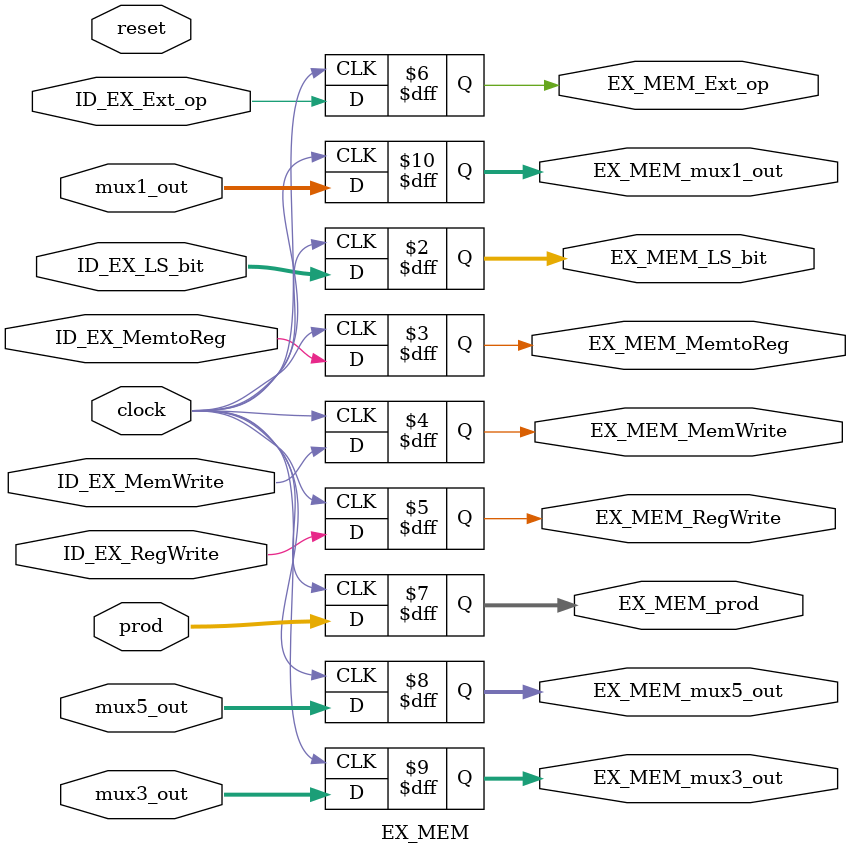
<source format=v>
module EX_MEM (
    input              clock,
    input              reset,
    input      [ 1: 0] ID_EX_LS_bit,
    input              ID_EX_MemtoReg,
    input              ID_EX_MemWrite,
    input              ID_EX_RegWrite,
    input              ID_EX_Ext_op,
    input      [63: 0] prod,
    input      [31: 0] mux5_out,
    input      [31: 0] mux3_out,
    input      [ 5: 0] mux1_out,

    output reg [ 1: 0] EX_MEM_LS_bit,
    output reg         EX_MEM_MemtoReg,
    output reg         EX_MEM_MemWrite,
    output reg         EX_MEM_RegWrite,
    output reg         EX_MEM_Ext_op,
    output reg [63: 0] EX_MEM_prod,
    output reg [31: 0] EX_MEM_mux5_out,
    output reg [31: 0] EX_MEM_mux3_out,
    output reg [ 5: 0] EX_MEM_mux1_out
);

    always @(posedge clock) begin
        EX_MEM_LS_bit   <=   ID_EX_LS_bit;
        EX_MEM_MemtoReg <=   ID_EX_MemtoReg;
        EX_MEM_MemWrite <=   ID_EX_MemWrite;
        EX_MEM_RegWrite <=   ID_EX_RegWrite;
        EX_MEM_Ext_op   <=   ID_EX_Ext_op;
        EX_MEM_prod     <=   prod;
        EX_MEM_mux5_out <=   mux5_out;
        EX_MEM_mux3_out <=   mux3_out;
        EX_MEM_mux1_out <=   mux1_out;
    end

endmodule // EX_MEM
</source>
